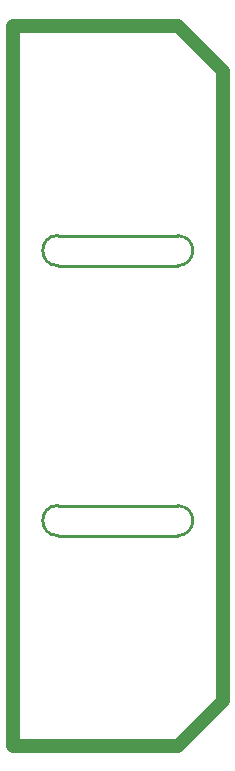
<source format=gm1>
%FSLAX25Y25*%
%MOIN*%
G70*
G01*
G75*
G04 Layer_Color=16711935*
%ADD10R,0.02756X0.03543*%
%ADD11R,0.03543X0.03150*%
%ADD12R,0.05512X0.01772*%
%ADD13C,0.01181*%
%ADD14C,0.01500*%
%ADD15C,0.01000*%
%ADD16C,0.04724*%
%ADD17R,0.05906X0.05906*%
%ADD18C,0.05906*%
%ADD19R,0.05906X0.05906*%
%ADD20C,0.05118*%
D15*
X510000Y255000D02*
G03*
X510000Y245000I0J-5000D01*
G01*
X550000D02*
G03*
X550000Y255000I0J5000D01*
G01*
Y335000D02*
G03*
X550000Y345000I0J5000D01*
G01*
X510000D02*
G03*
X510000Y335000I0J-5000D01*
G01*
Y255000D02*
X550000D01*
X510000Y245000D02*
X550000D01*
X510000Y335000D02*
X550000D01*
X510000Y345000D02*
X550000D01*
X510000Y255000D02*
G03*
X510000Y245000I0J-5000D01*
G01*
X550000D02*
G03*
X550000Y255000I0J5000D01*
G01*
Y335000D02*
G03*
X550000Y345000I0J5000D01*
G01*
X510000D02*
G03*
X510000Y335000I0J-5000D01*
G01*
Y255000D02*
X550000D01*
X510000Y245000D02*
X550000D01*
X510000Y335000D02*
X550000D01*
X510000Y345000D02*
X550000D01*
D16*
X495000Y175000D02*
Y415000D01*
Y175000D02*
X550000D01*
X565000Y190000D01*
Y400000D01*
X550000Y415000D02*
X565000Y400000D01*
X495000Y415000D02*
X550000D01*
X495000Y175000D02*
Y415000D01*
Y175000D02*
X550000D01*
X565000Y190000D01*
Y400000D01*
X550000Y415000D02*
X565000Y400000D01*
X495000Y415000D02*
X550000D01*
M02*

</source>
